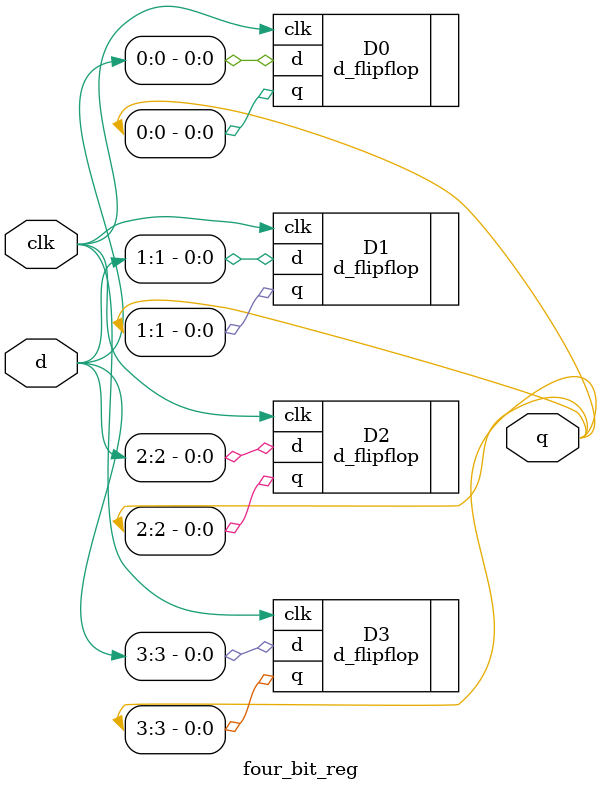
<source format=v>
`timescale 1ns / 1ps


module four_bit_reg(
output [3:0] q,
input [3:0] d,
input clk
);

d_flipflop D0(.d(d[0]),.q(q[0]),.clk(clk));
d_flipflop D1(.d(d[1]),.q(q[1]),.clk(clk));
d_flipflop D2(.d(d[2]),.q(q[2]),.clk(clk));
d_flipflop D3(.d(d[3]),.q(q[3]),.clk(clk));

endmodule

</source>
